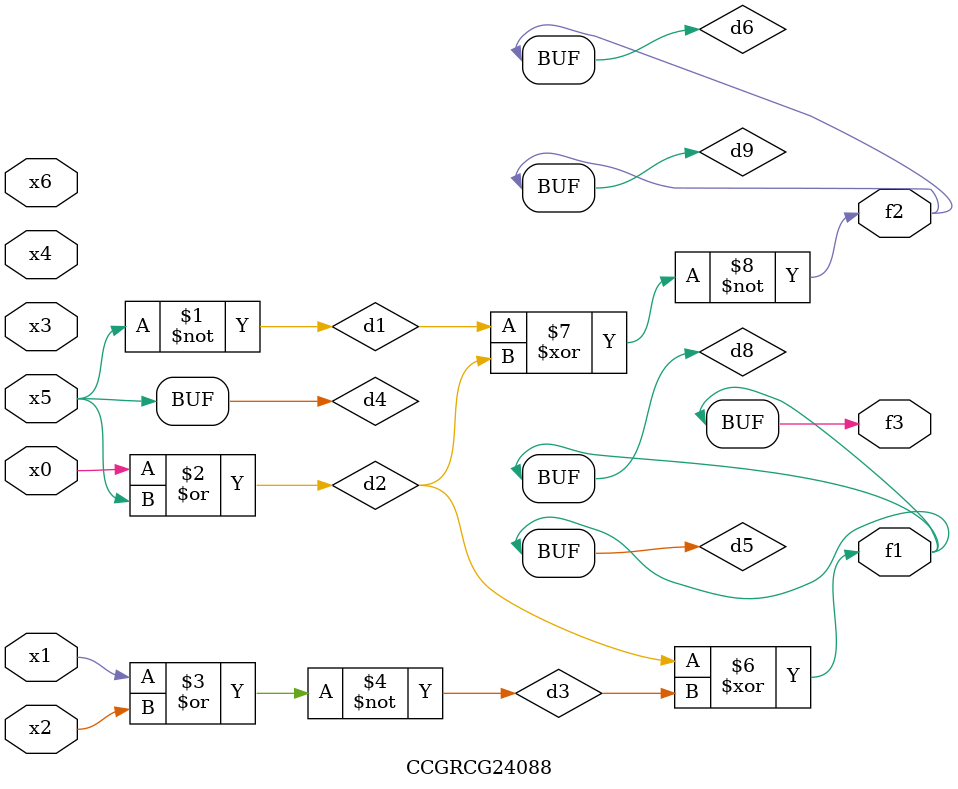
<source format=v>
module CCGRCG24088(
	input x0, x1, x2, x3, x4, x5, x6,
	output f1, f2, f3
);

	wire d1, d2, d3, d4, d5, d6, d7, d8, d9;

	nand (d1, x5);
	or (d2, x0, x5);
	nor (d3, x1, x2);
	xnor (d4, d1);
	xor (d5, d2, d3);
	xnor (d6, d1, d2);
	not (d7, x4);
	buf (d8, d5);
	xor (d9, d6);
	assign f1 = d8;
	assign f2 = d9;
	assign f3 = d8;
endmodule

</source>
